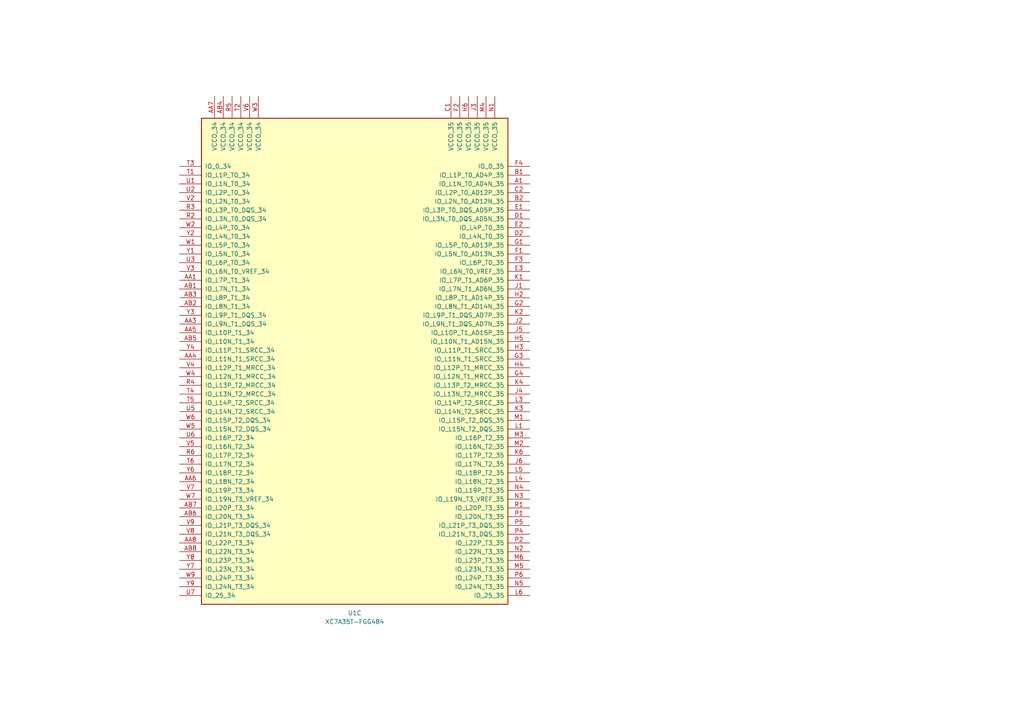
<source format=kicad_sch>
(kicad_sch (version 20250114) (generator "eeschema") (generator_version "9.0")
  (paper "A4")
  (lib_symbols
    (symbol "FPGA_Xilinx_Artix7:XC7A35T-FGG484" (pin_names (offset 1.016))
      (property "Reference" "U" (at 0 1.27 0))
      (property "Value" "XC7A35T-FGG484" (at 0 -1.27 0))
      (symbol "XC7A35T-FGG484_1_1"
        (rectangle (start -44.45 67.31) (end 44.45 -73.66) (stroke (width 0.254)) (fill (type background)))
        (pin power_in line (at -40.64 73.66 270) (length 6.35) (name "VCCO_13") (number "AA17"))
        (pin power_in line (at -38.1 73.66 270) (length 6.35) (name "VCCO_13") (number "AB14"))
        (pin power_in line (at -35.56 73.66 270) (length 6.35) (name "VCCO_13") (number "V16"))
        (pin power_in line (at -33.02 73.66 270) (length 6.35) (name "VCCO_13") (number "W13"))
        (pin power_in line (at -30.48 73.66 270) (length 6.35) (name "VCCO_13") (number "Y10"))
        (pin power_in line (at 27.94 73.66 270) (length 6.35) (name "VCCO_14") (number "M14"))
        (pin power_in line (at 30.48 73.66 270) (length 6.35) (name "VCCO_14") (number "P18"))
        (pin power_in line (at 33.02 73.66 270) (length 6.35) (name "VCCO_14") (number "R15"))
        (pin power_in line (at 35.56 73.66 270) (length 6.35) (name "VCCO_14") (number "T22"))
        (pin power_in line (at 38.1 73.66 270) (length 6.35) (name "VCCO_14") (number "U19"))
        (pin power_in line (at 40.64 73.66 270) (length 6.35) (name "VCCO_14") (number "Y20"))
        (pin bidirectional line (at 50.8 53.34 180) (length 6.35) (name "IO_0_14") (number "P20"))
        (pin bidirectional line (at 50.8 50.8 180) (length 6.35) (name "IO_L1P_T0_D00_MOSI_14") (number "P22"))
        (pin bidirectional line (at 50.8 48.26 180) (length 6.35) (name "IO_L1N_T0_D01_DIN_14") (number "R22"))
        (pin bidirectional line (at 50.8 45.72 180) (length 6.35) (name "IO_L2P_T0_D02_14") (number "P21"))
        (pin bidirectional line (at 50.8 43.18 180) (length 6.35) (name "IO_L2N_T0_D03_14") (number "R21"))
        (pin bidirectional line (at 50.8 40.64 180) (length 6.35) (name "IO_L3P_T0_DQS_PUDC_B_14") (number "U22"))
        (pin bidirectional line (at 50.8 38.1 180) (length 6.35) (name "IO_L3N_T0_DQS_EMCCLK_14") (number "V22"))
        (pin bidirectional line (at 50.8 35.56 180) (length 6.35) (name "IO_L4P_T0_D04_14") (number "T21"))
        (pin bidirectional line (at 50.8 33.02 180) (length 6.35) (name "IO_L4N_T0_D05_14") (number "U21"))
        (pin bidirectional line (at 50.8 30.48 180) (length 6.35) (name "IO_L5P_T0_D06_14") (number "P19"))
        (pin bidirectional line (at 50.8 27.94 180) (length 6.35) (name "IO_L5N_T0_D07_14") (number "R19"))
        (pin bidirectional line (at 50.8 25.4 180) (length 6.35) (name "IO_L6P_T0_FCS_B_14") (number "T19"))
        (pin bidirectional line (at 50.8 22.86 180) (length 6.35) (name "IO_L6N_T0_D08_VREF_14") (number "T20"))
        (pin bidirectional line (at 50.8 20.32 180) (length 6.35) (name "IO_L7P_T1_D09_14") (number "W21"))
        (pin bidirectional line (at 50.8 17.78 180) (length 6.35) (name "IO_L7N_T1_D10_14") (number "W22"))
        (pin bidirectional line (at 50.8 15.24 180) (length 6.35) (name "IO_L8P_T1_D11_14") (number "AA20"))
        (pin bidirectional line (at 50.8 12.7 180) (length 6.35) (name "IO_L8N_T1_D12_14") (number "AA21"))
        (pin bidirectional line (at 50.8 10.16 180) (length 6.35) (name "IO_L9P_T1_DQS_14") (number "Y21"))
        (pin bidirectional line (at 50.8 7.62 180) (length 6.35) (name "IO_L9N_T1_DQS_D13_14") (number "Y22"))
        (pin bidirectional line (at 50.8 5.08 180) (length 6.35) (name "IO_L10P_T1_D14_14") (number "AB21"))
        (pin bidirectional line (at 50.8 2.54 180) (length 6.35) (name "IO_L10N_T1_D15_14") (number "AB22"))
        (pin bidirectional line (at 50.8 0 180) (length 6.35) (name "IO_L11P_T1_SRCC_14") (number "U20"))
        (pin bidirectional line (at 50.8 -2.54 180) (length 6.35) (name "IO_L11N_T1_SRCC_14") (number "V20"))
        (pin bidirectional line (at 50.8 -5.08 180) (length 6.35) (name "IO_L12P_T1_MRCC_14") (number "W19"))
        (pin bidirectional line (at 50.8 -7.62 180) (length 6.35) (name "IO_L12N_T1_MRCC_14") (number "W20"))
        (pin bidirectional line (at 50.8 -10.16 180) (length 6.35) (name "IO_L13P_T2_MRCC_14") (number "Y18"))
        (pin bidirectional line (at 50.8 -12.7 180) (length 6.35) (name "IO_L13N_T2_MRCC_14") (number "Y19"))
        (pin bidirectional line (at 50.8 -15.24 180) (length 6.35) (name "IO_L14P_T2_SRCC_14") (number "V18"))
        (pin bidirectional line (at 50.8 -17.78 180) (length 6.35) (name "IO_L14N_T2_SRCC_14") (number "V19"))
        (pin bidirectional line (at 50.8 -20.32 180) (length 6.35) (name "IO_L15P_T2_DQS_RDWR_B_14") (number "AA19"))
        (pin bidirectional line (at 50.8 -22.86 180) (length 6.35) (name "IO_L15N_T2_DQS_DOUT_CSO_B_14") (number "AB20"))
        (pin bidirectional line (at 50.8 -25.4 180) (length 6.35) (name "IO_L16P_T2_CSI_B_14") (number "V17"))
        (pin bidirectional line (at 50.8 -27.94 180) (length 6.35) (name "IO_L16N_T2_A15_D31_14") (number "W17"))
        (pin bidirectional line (at 50.8 -30.48 180) (length 6.35) (name "IO_L17P_T2_A14_D30_14") (number "AA18"))
        (pin bidirectional line (at 50.8 -33.02 180) (length 6.35) (name "IO_L17N_T2_A13_D29_14") (number "AB18"))
        (pin bidirectional line (at 50.8 -35.56 180) (length 6.35) (name "IO_L18P_T2_A12_D28_14") (number "U17"))
        (pin bidirectional line (at 50.8 -38.1 180) (length 6.35) (name "IO_L18N_T2_A11_D27_14") (number "U18"))
        (pin bidirectional line (at 50.8 -40.64 180) (length 6.35) (name "IO_L19P_T3_A10_D26_14") (number "P14"))
        (pin bidirectional line (at 50.8 -43.18 180) (length 6.35) (name "IO_L19N_T3_A09_D25_VREF_14") (number "R14"))
        (pin bidirectional line (at 50.8 -45.72 180) (length 6.35) (name "IO_L20P_T3_A08_D24_14") (number "R18"))
        (pin bidirectional line (at 50.8 -48.26 180) (length 6.35) (name "IO_L20N_T3_A07_D23_14") (number "T18"))
        (pin bidirectional line (at 50.8 -50.8 180) (length 6.35) (name "IO_L21P_T3_DQS_14") (number "N17"))
        (pin bidirectional line (at 50.8 -53.34 180) (length 6.35) (name "IO_L21N_T3_DQS_A06_D22_14") (number "P17"))
        (pin bidirectional line (at 50.8 -55.88 180) (length 6.35) (name "IO_L22P_T3_A05_D21_14") (number "P15"))
        (pin bidirectional line (at 50.8 -58.42 180) (length 6.35) (name "IO_L22N_T3_A04_D20_14") (number "R16"))
        (pin bidirectional line (at 50.8 -60.96 180) (length 6.35) (name "IO_L23P_T3_A03_D19_14") (number "N13"))
        (pin bidirectional line (at 50.8 -63.5 180) (length 6.35) (name "IO_L23N_T3_A02_D18_14") (number "N14"))
        (pin bidirectional line (at 50.8 -66.04 180) (length 6.35) (name "IO_L24P_T3_A01_D17_14") (number "P16"))
        (pin bidirectional line (at 50.8 -68.58 180) (length 6.35) (name "IO_L24N_T3_A00_D16_14") (number "R17"))
        (pin bidirectional line (at 50.8 -71.12 180) (length 6.35) (name "IO_25_14") (number "N15"))
      )
      (symbol "XC7A35T-FGG484_2_1"
        (rectangle (start -44.45 67.31) (end 44.45 -73.66) (stroke (width 0.254)) (fill (type background)))
        (pin bidirectional line (at -50.8 53.34 0) (length 6.35) (name "IO_0_15") (number "J16"))
        (pin bidirectional line (at -50.8 50.8 0) (length 6.35) (name "IO_L1P_T0_AD0P_15") (number "H13"))
        (pin bidirectional line (at -50.8 48.26 0) (length 6.35) (name "IO_L1N_T0_AD0N_15") (number "G13"))
        (pin bidirectional line (at -50.8 45.72 0) (length 6.35) (name "IO_L2P_T0_AD8P_15") (number "G15"))
        (pin bidirectional line (at -50.8 43.18 0) (length 6.35) (name "IO_L2N_T0_AD8N_15") (number "G16"))
        (pin bidirectional line (at -50.8 40.64 0) (length 6.35) (name "IO_L3P_T0_DQS_AD1P_15") (number "J14"))
        (pin bidirectional line (at -50.8 38.1 0) (length 6.35) (name "IO_L3N_T0_DQS_AD1N_15") (number "H14"))
        (pin bidirectional line (at -50.8 35.56 0) (length 6.35) (name "IO_L4P_T0_15") (number "G17"))
        (pin bidirectional line (at -50.8 33.02 0) (length 6.35) (name "IO_L4N_T0_15") (number "G18"))
        (pin bidirectional line (at -50.8 30.48 0) (length 6.35) (name "IO_L5P_T0_AD9P_15") (number "J15"))
        (pin bidirectional line (at -50.8 27.94 0) (length 6.35) (name "IO_L5N_T0_AD9N_15") (number "H15"))
        (pin bidirectional line (at -50.8 25.4 0) (length 6.35) (name "IO_L6P_T0_15") (number "H17"))
        (pin bidirectional line (at -50.8 22.86 0) (length 6.35) (name "IO_L6N_T0_VREF_15") (number "H18"))
        (pin bidirectional line (at -50.8 20.32 0) (length 6.35) (name "IO_L7P_T1_AD2P_15") (number "J22"))
        (pin bidirectional line (at -50.8 17.78 0) (length 6.35) (name "IO_L7N_T1_AD2N_15") (number "H22"))
        (pin bidirectional line (at -50.8 15.24 0) (length 6.35) (name "IO_L8P_T1_AD10P_15") (number "H20"))
        (pin bidirectional line (at -50.8 12.7 0) (length 6.35) (name "IO_L8N_T1_AD10N_15") (number "G20"))
        (pin bidirectional line (at -50.8 10.16 0) (length 6.35) (name "IO_L9P_T1_DQS_AD3P_15") (number "K21"))
        (pin bidirectional line (at -50.8 7.62 0) (length 6.35) (name "IO_L9N_T1_DQS_AD3N_15") (number "K22"))
        (pin bidirectional line (at -50.8 5.08 0) (length 6.35) (name "IO_L10P_T1_AD11P_15") (number "M21"))
        (pin bidirectional line (at -50.8 2.54 0) (length 6.35) (name "IO_L10N_T1_AD11N_15") (number "L21"))
        (pin bidirectional line (at -50.8 0 0) (length 6.35) (name "IO_L11P_T1_SRCC_15") (number "J20"))
        (pin bidirectional line (at -50.8 -2.54 0) (length 6.35) (name "IO_L11N_T1_SRCC_15") (number "J21"))
        (pin bidirectional line (at -50.8 -5.08 0) (length 6.35) (name "IO_L12P_T1_MRCC_15") (number "J19"))
        (pin bidirectional line (at -50.8 -7.62 0) (length 6.35) (name "IO_L12N_T1_MRCC_15") (number "H19"))
        (pin bidirectional line (at -50.8 -10.16 0) (length 6.35) (name "IO_L13P_T2_MRCC_15") (number "K18"))
        (pin bidirectional line (at -50.8 -12.7 0) (length 6.35) (name "IO_L13N_T2_MRCC_15") (number "K19"))
        (pin bidirectional line (at -50.8 -15.24 0) (length 6.35) (name "IO_L14P_T2_SRCC_15") (number "L19"))
        (pin bidirectional line (at -50.8 -17.78 0) (length 6.35) (name "IO_L14N_T2_SRCC_15") (number "L20"))
        (pin bidirectional line (at -50.8 -20.32 0) (length 6.35) (name "IO_L15P_T2_DQS_15") (number "N22"))
        (pin bidirectional line (at -50.8 -22.86 0) (length 6.35) (name "IO_L15N_T2_DQS_ADV_B_15") (number "M22"))
        (pin bidirectional line (at -50.8 -25.4 0) (length 6.35) (name "IO_L16P_T2_A28_15") (number "M18"))
        (pin bidirectional line (at -50.8 -27.94 0) (length 6.35) (name "IO_L16N_T2_A27_15") (number "L18"))
        (pin bidirectional line (at -50.8 -30.48 0) (length 6.35) (name "IO_L17P_T2_A26_15") (number "N18"))
        (pin bidirectional line (at -50.8 -33.02 0) (length 6.35) (name "IO_L17N_T2_A25_15") (number "N19"))
        (pin bidirectional line (at -50.8 -35.56 0) (length 6.35) (name "IO_L18P_T2_A24_15") (number "N20"))
        (pin bidirectional line (at -50.8 -38.1 0) (length 6.35) (name "IO_L18N_T2_A23_15") (number "M20"))
        (pin bidirectional line (at -50.8 -40.64 0) (length 6.35) (name "IO_L19P_T3_A22_15") (number "K13"))
        (pin bidirectional line (at -50.8 -43.18 0) (length 6.35) (name "IO_L19N_T3_A21_VREF_15") (number "K14"))
        (pin bidirectional line (at -50.8 -45.72 0) (length 6.35) (name "IO_L20P_T3_A20_15") (number "M13"))
        (pin bidirectional line (at -50.8 -48.26 0) (length 6.35) (name "IO_L20N_T3_A19_15") (number "L13"))
        (pin bidirectional line (at -50.8 -50.8 0) (length 6.35) (name "IO_L21P_T3_DQS_15") (number "K17"))
        (pin bidirectional line (at -50.8 -53.34 0) (length 6.35) (name "IO_L21N_T3_DQS_A18_15") (number "J17"))
        (pin bidirectional line (at -50.8 -55.88 0) (length 6.35) (name "IO_L22P_T3_A17_15") (number "L14"))
        (pin bidirectional line (at -50.8 -58.42 0) (length 6.35) (name "IO_L22N_T3_A16_15") (number "L15"))
        (pin bidirectional line (at -50.8 -60.96 0) (length 6.35) (name "IO_L23P_T3_FOE_B_15") (number "L16"))
        (pin bidirectional line (at -50.8 -63.5 0) (length 6.35) (name "IO_L23N_T3_FWE_B_15") (number "K16"))
        (pin bidirectional line (at -50.8 -66.04 0) (length 6.35) (name "IO_L24P_T3_RS1_15") (number "M15"))
        (pin bidirectional line (at -50.8 -68.58 0) (length 6.35) (name "IO_L24N_T3_RS0_15") (number "M16"))
        (pin bidirectional line (at -50.8 -71.12 0) (length 6.35) (name "IO_25_15") (number "M17"))
        (pin power_in line (at -40.64 73.66 270) (length 6.35) (name "VCCO_15") (number "G19"))
        (pin power_in line (at -38.1 73.66 270) (length 6.35) (name "VCCO_15") (number "H16"))
        (pin power_in line (at -35.56 73.66 270) (length 6.35) (name "VCCO_15") (number "J13"))
        (pin power_in line (at -33.02 73.66 270) (length 6.35) (name "VCCO_15") (number "K20"))
        (pin power_in line (at -30.48 73.66 270) (length 6.35) (name "VCCO_15") (number "L17"))
        (pin power_in line (at -27.94 73.66 270) (length 6.35) (name "VCCO_15") (number "N21"))
        (pin power_in line (at 27.94 73.66 270) (length 6.35) (name "VCCO_16") (number "A17"))
        (pin power_in line (at 30.48 73.66 270) (length 6.35) (name "VCCO_16") (number "B14"))
        (pin power_in line (at 33.02 73.66 270) (length 6.35) (name "VCCO_16") (number "C21"))
        (pin power_in line (at 35.56 73.66 270) (length 6.35) (name "VCCO_16") (number "D18"))
        (pin power_in line (at 38.1 73.66 270) (length 6.35) (name "VCCO_16") (number "E15"))
        (pin power_in line (at 40.64 73.66 270) (length 6.35) (name "VCCO_16") (number "F22"))
        (pin bidirectional line (at 50.8 53.34 180) (length 6.35) (name "IO_0_16") (number "F15"))
        (pin bidirectional line (at 50.8 50.8 180) (length 6.35) (name "IO_L1P_T0_16") (number "F13"))
        (pin bidirectional line (at 50.8 48.26 180) (length 6.35) (name "IO_L1N_T0_16") (number "F14"))
        (pin bidirectional line (at 50.8 45.72 180) (length 6.35) (name "IO_L2P_T0_16") (number "F16"))
        (pin bidirectional line (at 50.8 43.18 180) (length 6.35) (name "IO_L2N_T0_16") (number "E17"))
        (pin bidirectional line (at 50.8 40.64 180) (length 6.35) (name "IO_L3P_T0_DQS_16") (number "C14"))
        (pin bidirectional line (at 50.8 38.1 180) (length 6.35) (name "IO_L3N_T0_DQS_16") (number "C15"))
        (pin bidirectional line (at 50.8 35.56 180) (length 6.35) (name "IO_L4P_T0_16") (number "E13"))
        (pin bidirectional line (at 50.8 33.02 180) (length 6.35) (name "IO_L4N_T0_16") (number "E14"))
        (pin bidirectional line (at 50.8 30.48 180) (length 6.35) (name "IO_L5P_T0_16") (number "E16"))
        (pin bidirectional line (at 50.8 27.94 180) (length 6.35) (name "IO_L5N_T0_16") (number "D16"))
        (pin bidirectional line (at 50.8 25.4 180) (length 6.35) (name "IO_L6P_T0_16") (number "D14"))
        (pin bidirectional line (at 50.8 22.86 180) (length 6.35) (name "IO_L6N_T0_VREF_16") (number "D15"))
        (pin bidirectional line (at 50.8 20.32 180) (length 6.35) (name "IO_L7P_T1_16") (number "B15"))
        (pin bidirectional line (at 50.8 17.78 180) (length 6.35) (name "IO_L7N_T1_16") (number "B16"))
        (pin bidirectional line (at 50.8 15.24 180) (length 6.35) (name "IO_L8P_T1_16") (number "C13"))
        (pin bidirectional line (at 50.8 12.7 180) (length 6.35) (name "IO_L8N_T1_16") (number "B13"))
        (pin bidirectional line (at 50.8 10.16 180) (length 6.35) (name "IO_L9P_T1_DQS_16") (number "A15"))
        (pin bidirectional line (at 50.8 7.62 180) (length 6.35) (name "IO_L9N_T1_DQS_16") (number "A16"))
        (pin bidirectional line (at 50.8 5.08 180) (length 6.35) (name "IO_L10P_T1_16") (number "A13"))
        (pin bidirectional line (at 50.8 2.54 180) (length 6.35) (name "IO_L10N_T1_16") (number "A14"))
        (pin bidirectional line (at 50.8 0 180) (length 6.35) (name "IO_L11P_T1_SRCC_16") (number "B17"))
        (pin bidirectional line (at 50.8 -2.54 180) (length 6.35) (name "IO_L11N_T1_SRCC_16") (number "B18"))
        (pin bidirectional line (at 50.8 -5.08 180) (length 6.35) (name "IO_L12P_T1_MRCC_16") (number "D17"))
        (pin bidirectional line (at 50.8 -7.62 180) (length 6.35) (name "IO_L12N_T1_MRCC_16") (number "C17"))
        (pin bidirectional line (at 50.8 -10.16 180) (length 6.35) (name "IO_L13P_T2_MRCC_16") (number "C18"))
        (pin bidirectional line (at 50.8 -12.7 180) (length 6.35) (name "IO_L13N_T2_MRCC_16") (number "C19"))
        (pin bidirectional line (at 50.8 -15.24 180) (length 6.35) (name "IO_L14P_T2_SRCC_16") (number "E19"))
        (pin bidirectional line (at 50.8 -17.78 180) (length 6.35) (name "IO_L14N_T2_SRCC_16") (number "D19"))
        (pin bidirectional line (at 50.8 -20.32 180) (length 6.35) (name "IO_L15P_T2_DQS_16") (number "F18"))
        (pin bidirectional line (at 50.8 -22.86 180) (length 6.35) (name "IO_L15N_T2_DQS_16") (number "E18"))
        (pin bidirectional line (at 50.8 -25.4 180) (length 6.35) (name "IO_L16P_T2_16") (number "B20"))
        (pin bidirectional line (at 50.8 -27.94 180) (length 6.35) (name "IO_L16N_T2_16") (number "A20"))
        (pin bidirectional line (at 50.8 -30.48 180) (length 6.35) (name "IO_L17P_T2_16") (number "A18"))
        (pin bidirectional line (at 50.8 -33.02 180) (length 6.35) (name "IO_L17N_T2_16") (number "A19"))
        (pin bidirectional line (at 50.8 -35.56 180) (length 6.35) (name "IO_L18P_T2_16") (number "F19"))
        (pin bidirectional line (at 50.8 -38.1 180) (length 6.35) (name "IO_L18N_T2_16") (number "F20"))
        (pin bidirectional line (at 50.8 -40.64 180) (length 6.35) (name "IO_L19P_T3_16") (number "D20"))
        (pin bidirectional line (at 50.8 -43.18 180) (length 6.35) (name "IO_L19N_T3_VREF_16") (number "C20"))
        (pin bidirectional line (at 50.8 -45.72 180) (length 6.35) (name "IO_L20P_T3_16") (number "C22"))
        (pin bidirectional line (at 50.8 -48.26 180) (length 6.35) (name "IO_L20N_T3_16") (number "B22"))
        (pin bidirectional line (at 50.8 -50.8 180) (length 6.35) (name "IO_L21P_T3_DQS_16") (number "B21"))
        (pin bidirectional line (at 50.8 -53.34 180) (length 6.35) (name "IO_L21N_T3_DQS_16") (number "A21"))
        (pin bidirectional line (at 50.8 -55.88 180) (length 6.35) (name "IO_L22P_T3_16") (number "E22"))
        (pin bidirectional line (at 50.8 -58.42 180) (length 6.35) (name "IO_L22N_T3_16") (number "D22"))
        (pin bidirectional line (at 50.8 -60.96 180) (length 6.35) (name "IO_L23P_T3_16") (number "E21"))
        (pin bidirectional line (at 50.8 -63.5 180) (length 6.35) (name "IO_L23N_T3_16") (number "D21"))
        (pin bidirectional line (at 50.8 -66.04 180) (length 6.35) (name "IO_L24P_T3_16") (number "G21"))
        (pin bidirectional line (at 50.8 -68.58 180) (length 6.35) (name "IO_L24N_T3_16") (number "G22"))
        (pin bidirectional line (at 50.8 -71.12 180) (length 6.35) (name "IO_25_16") (number "F21"))
      )
      (symbol "XC7A35T-FGG484_3_1"
        (rectangle (start -44.45 67.31) (end 44.45 -73.66) (stroke (width 0.254)) (fill (type background)))
        (pin bidirectional line (at -50.8 53.34 0) (length 6.35) (name "IO_0_34") (number "T3"))
        (pin bidirectional line (at -50.8 50.8 0) (length 6.35) (name "IO_L1P_T0_34") (number "T1"))
        (pin bidirectional line (at -50.8 48.26 0) (length 6.35) (name "IO_L1N_T0_34") (number "U1"))
        (pin bidirectional line (at -50.8 45.72 0) (length 6.35) (name "IO_L2P_T0_34") (number "U2"))
        (pin bidirectional line (at -50.8 43.18 0) (length 6.35) (name "IO_L2N_T0_34") (number "V2"))
        (pin bidirectional line (at -50.8 40.64 0) (length 6.35) (name "IO_L3P_T0_DQS_34") (number "R3"))
        (pin bidirectional line (at -50.8 38.1 0) (length 6.35) (name "IO_L3N_T0_DQS_34") (number "R2"))
        (pin bidirectional line (at -50.8 35.56 0) (length 6.35) (name "IO_L4P_T0_34") (number "W2"))
        (pin bidirectional line (at -50.8 33.02 0) (length 6.35) (name "IO_L4N_T0_34") (number "Y2"))
        (pin bidirectional line (at -50.8 30.48 0) (length 6.35) (name "IO_L5P_T0_34") (number "W1"))
        (pin bidirectional line (at -50.8 27.94 0) (length 6.35) (name "IO_L5N_T0_34") (number "Y1"))
        (pin bidirectional line (at -50.8 25.4 0) (length 6.35) (name "IO_L6P_T0_34") (number "U3"))
        (pin bidirectional line (at -50.8 22.86 0) (length 6.35) (name "IO_L6N_T0_VREF_34") (number "V3"))
        (pin bidirectional line (at -50.8 20.32 0) (length 6.35) (name "IO_L7P_T1_34") (number "AA1"))
        (pin bidirectional line (at -50.8 17.78 0) (length 6.35) (name "IO_L7N_T1_34") (number "AB1"))
        (pin bidirectional line (at -50.8 15.24 0) (length 6.35) (name "IO_L8P_T1_34") (number "AB3"))
        (pin bidirectional line (at -50.8 12.7 0) (length 6.35) (name "IO_L8N_T1_34") (number "AB2"))
        (pin bidirectional line (at -50.8 10.16 0) (length 6.35) (name "IO_L9P_T1_DQS_34") (number "Y3"))
        (pin bidirectional line (at -50.8 7.62 0) (length 6.35) (name "IO_L9N_T1_DQS_34") (number "AA3"))
        (pin bidirectional line (at -50.8 5.08 0) (length 6.35) (name "IO_L10P_T1_34") (number "AA5"))
        (pin bidirectional line (at -50.8 2.54 0) (length 6.35) (name "IO_L10N_T1_34") (number "AB5"))
        (pin bidirectional line (at -50.8 0 0) (length 6.35) (name "IO_L11P_T1_SRCC_34") (number "Y4"))
        (pin bidirectional line (at -50.8 -2.54 0) (length 6.35) (name "IO_L11N_T1_SRCC_34") (number "AA4"))
        (pin bidirectional line (at -50.8 -5.08 0) (length 6.35) (name "IO_L12P_T1_MRCC_34") (number "V4"))
        (pin bidirectional line (at -50.8 -7.62 0) (length 6.35) (name "IO_L12N_T1_MRCC_34") (number "W4"))
        (pin bidirectional line (at -50.8 -10.16 0) (length 6.35) (name "IO_L13P_T2_MRCC_34") (number "R4"))
        (pin bidirectional line (at -50.8 -12.7 0) (length 6.35) (name "IO_L13N_T2_MRCC_34") (number "T4"))
        (pin bidirectional line (at -50.8 -15.24 0) (length 6.35) (name "IO_L14P_T2_SRCC_34") (number "T5"))
        (pin bidirectional line (at -50.8 -17.78 0) (length 6.35) (name "IO_L14N_T2_SRCC_34") (number "U5"))
        (pin bidirectional line (at -50.8 -20.32 0) (length 6.35) (name "IO_L15P_T2_DQS_34") (number "W6"))
        (pin bidirectional line (at -50.8 -22.86 0) (length 6.35) (name "IO_L15N_T2_DQS_34") (number "W5"))
        (pin bidirectional line (at -50.8 -25.4 0) (length 6.35) (name "IO_L16P_T2_34") (number "U6"))
        (pin bidirectional line (at -50.8 -27.94 0) (length 6.35) (name "IO_L16N_T2_34") (number "V5"))
        (pin bidirectional line (at -50.8 -30.48 0) (length 6.35) (name "IO_L17P_T2_34") (number "R6"))
        (pin bidirectional line (at -50.8 -33.02 0) (length 6.35) (name "IO_L17N_T2_34") (number "T6"))
        (pin bidirectional line (at -50.8 -35.56 0) (length 6.35) (name "IO_L18P_T2_34") (number "Y6"))
        (pin bidirectional line (at -50.8 -38.1 0) (length 6.35) (name "IO_L18N_T2_34") (number "AA6"))
        (pin bidirectional line (at -50.8 -40.64 0) (length 6.35) (name "IO_L19P_T3_34") (number "V7"))
        (pin bidirectional line (at -50.8 -43.18 0) (length 6.35) (name "IO_L19N_T3_VREF_34") (number "W7"))
        (pin bidirectional line (at -50.8 -45.72 0) (length 6.35) (name "IO_L20P_T3_34") (number "AB7"))
        (pin bidirectional line (at -50.8 -48.26 0) (length 6.35) (name "IO_L20N_T3_34") (number "AB6"))
        (pin bidirectional line (at -50.8 -50.8 0) (length 6.35) (name "IO_L21P_T3_DQS_34") (number "V9"))
        (pin bidirectional line (at -50.8 -53.34 0) (length 6.35) (name "IO_L21N_T3_DQS_34") (number "V8"))
        (pin bidirectional line (at -50.8 -55.88 0) (length 6.35) (name "IO_L22P_T3_34") (number "AA8"))
        (pin bidirectional line (at -50.8 -58.42 0) (length 6.35) (name "IO_L22N_T3_34") (number "AB8"))
        (pin bidirectional line (at -50.8 -60.96 0) (length 6.35) (name "IO_L23P_T3_34") (number "Y8"))
        (pin bidirectional line (at -50.8 -63.5 0) (length 6.35) (name "IO_L23N_T3_34") (number "Y7"))
        (pin bidirectional line (at -50.8 -66.04 0) (length 6.35) (name "IO_L24P_T3_34") (number "W9"))
        (pin bidirectional line (at -50.8 -68.58 0) (length 6.35) (name "IO_L24N_T3_34") (number "Y9"))
        (pin bidirectional line (at -50.8 -71.12 0) (length 6.35) (name "IO_25_34") (number "U7"))
        (pin power_in line (at -40.64 73.66 270) (length 6.35) (name "VCCO_34") (number "AA7"))
        (pin power_in line (at -38.1 73.66 270) (length 6.35) (name "VCCO_34") (number "AB4"))
        (pin power_in line (at -35.56 73.66 270) (length 6.35) (name "VCCO_34") (number "R5"))
        (pin power_in line (at -33.02 73.66 270) (length 6.35) (name "VCCO_34") (number "T2"))
        (pin power_in line (at -30.48 73.66 270) (length 6.35) (name "VCCO_34") (number "V6"))
        (pin power_in line (at -27.94 73.66 270) (length 6.35) (name "VCCO_34") (number "W3"))
        (pin power_in line (at 27.94 73.66 270) (length 6.35) (name "VCCO_35") (number "C1"))
        (pin power_in line (at 30.48 73.66 270) (length 6.35) (name "VCCO_35") (number "F2"))
        (pin power_in line (at 33.02 73.66 270) (length 6.35) (name "VCCO_35") (number "H6"))
        (pin power_in line (at 35.56 73.66 270) (length 6.35) (name "VCCO_35") (number "J3"))
        (pin power_in line (at 38.1 73.66 270) (length 6.35) (name "VCCO_35") (number "M4"))
        (pin power_in line (at 40.64 73.66 270) (length 6.35) (name "VCCO_35") (number "N1"))
        (pin bidirectional line (at 50.8 53.34 180) (length 6.35) (name "IO_0_35") (number "F4"))
        (pin bidirectional line (at 50.8 50.8 180) (length 6.35) (name "IO_L1P_T0_AD4P_35") (number "B1"))
        (pin bidirectional line (at 50.8 48.26 180) (length 6.35) (name "IO_L1N_T0_AD4N_35") (number "A1"))
        (pin bidirectional line (at 50.8 45.72 180) (length 6.35) (name "IO_L2P_T0_AD12P_35") (number "C2"))
        (pin bidirectional line (at 50.8 43.18 180) (length 6.35) (name "IO_L2N_T0_AD12N_35") (number "B2"))
        (pin bidirectional line (at 50.8 40.64 180) (length 6.35) (name "IO_L3P_T0_DQS_AD5P_35") (number "E1"))
        (pin bidirectional line (at 50.8 38.1 180) (length 6.35) (name "IO_L3N_T0_DQS_AD5N_35") (number "D1"))
        (pin bidirectional line (at 50.8 35.56 180) (length 6.35) (name "IO_L4P_T0_35") (number "E2"))
        (pin bidirectional line (at 50.8 33.02 180) (length 6.35) (name "IO_L4N_T0_35") (number "D2"))
        (pin bidirectional line (at 50.8 30.48 180) (length 6.35) (name "IO_L5P_T0_AD13P_35") (number "G1"))
        (pin bidirectional line (at 50.8 27.94 180) (length 6.35) (name "IO_L5N_T0_AD13N_35") (number "F1"))
        (pin bidirectional line (at 50.8 25.4 180) (length 6.35) (name "IO_L6P_T0_35") (number "F3"))
        (pin bidirectional line (at 50.8 22.86 180) (length 6.35) (name "IO_L6N_T0_VREF_35") (number "E3"))
        (pin bidirectional line (at 50.8 20.32 180) (length 6.35) (name "IO_L7P_T1_AD6P_35") (number "K1"))
        (pin bidirectional line (at 50.8 17.78 180) (length 6.35) (name "IO_L7N_T1_AD6N_35") (number "J1"))
        (pin bidirectional line (at 50.8 15.24 180) (length 6.35) (name "IO_L8P_T1_AD14P_35") (number "H2"))
        (pin bidirectional line (at 50.8 12.7 180) (length 6.35) (name "IO_L8N_T1_AD14N_35") (number "G2"))
        (pin bidirectional line (at 50.8 10.16 180) (length 6.35) (name "IO_L9P_T1_DQS_AD7P_35") (number "K2"))
        (pin bidirectional line (at 50.8 7.62 180) (length 6.35) (name "IO_L9N_T1_DQS_AD7N_35") (number "J2"))
        (pin bidirectional line (at 50.8 5.08 180) (length 6.35) (name "IO_L10P_T1_AD15P_35") (number "J5"))
        (pin bidirectional line (at 50.8 2.54 180) (length 6.35) (name "IO_L10N_T1_AD15N_35") (number "H5"))
        (pin bidirectional line (at 50.8 0 180) (length 6.35) (name "IO_L11P_T1_SRCC_35") (number "H3"))
        (pin bidirectional line (at 50.8 -2.54 180) (length 6.35) (name "IO_L11N_T1_SRCC_35") (number "G3"))
        (pin bidirectional line (at 50.8 -5.08 180) (length 6.35) (name "IO_L12P_T1_MRCC_35") (number "H4"))
        (pin bidirectional line (at 50.8 -7.62 180) (length 6.35) (name "IO_L12N_T1_MRCC_35") (number "G4"))
        (pin bidirectional line (at 50.8 -10.16 180) (length 6.35) (name "IO_L13P_T2_MRCC_35") (number "K4"))
        (pin bidirectional line (at 50.8 -12.7 180) (length 6.35) (name "IO_L13N_T2_MRCC_35") (number "J4"))
        (pin bidirectional line (at 50.8 -15.24 180) (length 6.35) (name "IO_L14P_T2_SRCC_35") (number "L3"))
        (pin bidirectional line (at 50.8 -17.78 180) (length 6.35) (name "IO_L14N_T2_SRCC_35") (number "K3"))
        (pin bidirectional line (at 50.8 -20.32 180) (length 6.35) (name "IO_L15P_T2_DQS_35") (number "M1"))
        (pin bidirectional line (at 50.8 -22.86 180) (length 6.35) (name "IO_L15N_T2_DQS_35") (number "L1"))
        (pin bidirectional line (at 50.8 -25.4 180) (length 6.35) (name "IO_L16P_T2_35") (number "M3"))
        (pin bidirectional line (at 50.8 -27.94 180) (length 6.35) (name "IO_L16N_T2_35") (number "M2"))
        (pin bidirectional line (at 50.8 -30.48 180) (length 6.35) (name "IO_L17P_T2_35") (number "K6"))
        (pin bidirectional line (at 50.8 -33.02 180) (length 6.35) (name "IO_L17N_T2_35") (number "J6"))
        (pin bidirectional line (at 50.8 -35.56 180) (length 6.35) (name "IO_L18P_T2_35") (number "L5"))
        (pin bidirectional line (at 50.8 -38.1 180) (length 6.35) (name "IO_L18N_T2_35") (number "L4"))
        (pin bidirectional line (at 50.8 -40.64 180) (length 6.35) (name "IO_L19P_T3_35") (number "N4"))
        (pin bidirectional line (at 50.8 -43.18 180) (length 6.35) (name "IO_L19N_T3_VREF_35") (number "N3"))
        (pin bidirectional line (at 50.8 -45.72 180) (length 6.35) (name "IO_L20P_T3_35") (number "R1"))
        (pin bidirectional line (at 50.8 -48.26 180) (length 6.35) (name "IO_L20N_T3_35") (number "P1"))
        (pin bidirectional line (at 50.8 -50.8 180) (length 6.35) (name "IO_L21P_T3_DQS_35") (number "P5"))
        (pin bidirectional line (at 50.8 -53.34 180) (length 6.35) (name "IO_L21N_T3_DQS_35") (number "P4"))
        (pin bidirectional line (at 50.8 -55.88 180) (length 6.35) (name "IO_L22P_T3_35") (number "P2"))
        (pin bidirectional line (at 50.8 -58.42 180) (length 6.35) (name "IO_L22N_T3_35") (number "N2"))
        (pin bidirectional line (at 50.8 -60.96 180) (length 6.35) (name "IO_L23P_T3_35") (number "M6"))
        (pin bidirectional line (at 50.8 -63.5 180) (length 6.35) (name "IO_L23N_T3_35") (number "M5"))
        (pin bidirectional line (at 50.8 -66.04 180) (length 6.35) (name "IO_L24P_T3_35") (number "P6"))
        (pin bidirectional line (at 50.8 -68.58 180) (length 6.35) (name "IO_L24N_T3_35") (number "N5"))
        (pin bidirectional line (at 50.8 -71.12 180) (length 6.35) (name "IO_25_35") (number "L6"))
      )
      (symbol "XC7A35T-FGG484_4_1"
        (rectangle (start -31.75 30.48) (end 31.75 -30.48) (stroke (width 0.254)) (fill (type background)))
        (pin bidirectional line (at -38.1 27.94 0) (length 6.35) (name "MGTPTXP0_216") (number "B4"))
        (pin bidirectional line (at -38.1 25.4 0) (length 6.35) (name "MGTPTXN0_216") (number "A4"))
        (pin bidirectional line (at -38.1 22.86 0) (length 6.35) (name "MGTPTXP1_216") (number "D5"))
        (pin bidirectional line (at -38.1 20.32 0) (length 6.35) (name "MGTPTXN1_216") (number "C5"))
        (pin bidirectional line (at -38.1 17.78 0) (length 6.35) (name "MGTPTXP2_216") (number "B6"))
        (pin bidirectional line (at -38.1 15.24 0) (length 6.35) (name "MGTPTXN2_216") (number "A6"))
        (pin bidirectional line (at -38.1 12.7 0) (length 6.35) (name "MGTPTXP3_216") (number "D7"))
        (pin bidirectional line (at -38.1 10.16 0) (length 6.35) (name "MGTPTXN3_216") (number "C7"))
        (pin bidirectional line (at -38.1 5.08 0) (length 6.35) (name "MGTPRXP0_216") (number "B8"))
        (pin bidirectional line (at -38.1 2.54 0) (length 6.35) (name "MGTPRXN0_216") (number "A8"))
        (pin bidirectional line (at -38.1 0 0) (length 6.35) (name "MGTPRXP1_216") (number "D11"))
        (pin bidirectional line (at -38.1 -2.54 0) (length 6.35) (name "MGTPRXN1_216") (number "C11"))
        (pin bidirectional line (at -38.1 -5.08 0) (length 6.35) (name "MGTPRXP2_216") (number "B10"))
        (pin bidirectional line (at -38.1 -7.62 0) (length 6.35) (name "MGTPRXN2_216") (number "A10"))
        (pin bidirectional line (at -38.1 -10.16 0) (length 6.35) (name "MGTPRXP3_216") (number "D9"))
        (pin bidirectional line (at -38.1 -12.7 0) (length 6.35) (name "MGTPRXN3_216") (number "C9"))
        (pin bidirectional line (at -38.1 -17.78 0) (length 6.35) (name "MGTREFCLK0P_216") (number "F6"))
        (pin bidirectional line (at -38.1 -20.32 0) (length 6.35) (name "MGTREFCLK0N_216") (number "E6"))
        (pin bidirectional line (at -38.1 -22.86 0) (length 6.35) (name "MGTREFCLK1P_216") (number "F10"))
        (pin bidirectional line (at -38.1 -25.4 0) (length 6.35) (name "MGTREFCLK1N_216") (number "E10"))
      )
      (symbol "XC7A35T-FGG484_5_1"
        (rectangle (start -31.75 12.7) (end 31.75 -12.7) (stroke (width 0.254)) (fill (type background)))
        (pin power_in line (at -38.1 10.16 0) (length 6.35) (name "MGTAVCC") (number "D6"))
        (pin power_in line (at -38.1 7.62 0) (length 6.35) (name "MGTAVCC") (number "D10"))
        (pin power_in line (at -38.1 5.08 0) (length 6.35) (name "MGTAVCC") (number "F7"))
        (pin power_in line (at -38.1 2.54 0) (length 6.35) (name "MGTAVCC") (number "F9"))
        (pin power_in line (at -38.1 0 0) (length 6.35) (name "MGTAVCC") (number "E8"))
        (pin power_in line (at 38.1 10.16 180) (length 6.35) (name "MGTAVTT") (number "B5"))
        (pin power_in line (at 38.1 7.62 180) (length 6.35) (name "MGTAVTT") (number "B7"))
        (pin power_in line (at 38.1 5.08 180) (length 6.35) (name "MGTAVTT") (number "B9"))
        (pin power_in line (at 38.1 2.54 180) (length 6.35) (name "MGTAVTT") (number "B11"))
        (pin power_in line (at 38.1 0 180) (length 6.35) (name "MGTAVTT") (number "C4"))
        (pin power_in line (at 38.1 -2.54 180) (length 6.35) (name "MGTAVTT") (number "C8"))
        (pin power_in line (at 38.1 -7.62 180) (length 6.35) (name "MGTRREF_216") (number "F8"))
      )
      (symbol "XC7A35T-FGG484_6_1"
        (rectangle (start -31.75 34.29) (end 31.75 -40.64) (stroke (width 0.254)) (fill (type background)))
        (pin power_in line (at 25.4 40.64 270) (length 6.35) (name "VCCO_0") (number "F12"))
        (pin power_in line (at 27.94 40.64 270) (length 6.35) (name "VCCO_0") (number "T12"))
        (pin bidirectional line (at 38.1 20.32 180) (length 6.35) (name "TDI_0") (number "R13"))
        (pin bidirectional line (at 38.1 17.78 180) (length 6.35) (name "TDO_0") (number "U13"))
        (pin bidirectional line (at 38.1 15.24 180) (length 6.35) (name "TMS_0") (number "T13"))
        (pin bidirectional line (at 38.1 12.7 180) (length 6.35) (name "TCK_0") (number "V12"))
        (pin bidirectional line (at 38.1 7.62 180) (length 6.35) (name "CCLK_0") (number "L12"))
        (pin bidirectional line (at 38.1 5.08 180) (length 6.35) (name "M0_0") (number "U11"))
        (pin bidirectional line (at 38.1 2.54 180) (length 6.35) (name "M1_0") (number "U10"))
        (pin bidirectional line (at 38.1 0 180) (length 6.35) (name "M2_0") (number "U9"))
        (pin bidirectional line (at 38.1 -5.08 180) (length 6.35) (name "DONE_0") (number "G11"))
        (pin bidirectional line (at 38.1 -7.62 180) (length 6.35) (name "INIT_B_0") (number "U12"))
        (pin bidirectional line (at 38.1 -10.16 180) (length 6.35) (name "PROGRAM_B_0") (number "N12"))
        (pin bidirectional line (at 38.1 -15.24 180) (length 6.35) (name "CFGBVS_0") (number "U8"))
        (pin bidirectional line (at 38.1 -20.32 180) (length 6.35) (name "VP_0") (number "L10"))
        (pin bidirectional line (at 38.1 -22.86 180) (length 6.35) (name "VN_0") (number "M9"))
        (pin bidirectional line (at 38.1 -27.94 180) (length 6.35) (name "VREFP_0") (number "M10"))
        (pin bidirectional line (at 38.1 -30.48 180) (length 6.35) (name "VREFN_0") (number "L9"))
        (pin bidirectional line (at 38.1 -35.56 180) (length 6.35) (name "DXP_0") (number "N10"))
        (pin bidirectional line (at 38.1 -38.1 180) (length 6.35) (name "DXN_0") (number "N9"))
      )
      (symbol "XC7A35T-FGG484_7_1"
        (rectangle (start -19.05 76.2) (end 19.05 -76.2) (stroke (width 0.254)) (fill (type background)))
        (pin power_in line (at -25.4 73.66 0) (length 6.35) (name "VCCAUX") (number "H12"))
        (pin power_in line (at -25.4 71.12 0) (length 6.35) (name "VCCAUX") (number "K12"))
        (pin power_in line (at -25.4 68.58 0) (length 6.35) (name "VCCAUX") (number "M12"))
        (pin power_in line (at -25.4 66.04 0) (length 6.35) (name "VCCAUX") (number "P12"))
        (pin power_in line (at -25.4 63.5 0) (length 6.35) (name "VCCAUX") (number "R11"))
        (pin power_in line (at -25.4 58.42 0) (length 6.35) (name "GNDADC_0") (number "K9"))
        (pin power_in line (at -25.4 55.88 0) (length 6.35) (name "VCCADC_0") (number "K10"))
        (pin power_in line (at -25.4 53.34 0) (length 6.35) (name "VCCBATT_0") (number "E12"))
        (pin power_in line (at -25.4 50.8 0) (length 6.35) (name "VCCBRAM") (number "J11"))
        (pin power_in line (at -25.4 48.26 0) (length 6.35) (name "VCCBRAM") (number "L11"))
        (pin power_in line (at -25.4 45.72 0) (length 6.35) (name "VCCBRAM") (number "N11"))
        (pin power_in line (at -25.4 35.56 0) (length 6.35) (name "GND") (number "A2"))
        (pin power_in line (at -25.4 33.02 0) (length 6.35) (name "GND") (number "A3"))
        (pin power_in line (at -25.4 30.48 0) (length 6.35) (name "GND") (number "A5"))
        (pin power_in line (at -25.4 27.94 0) (length 6.35) (name "GND") (number "A7"))
        (pin power_in line (at -25.4 25.4 0) (length 6.35) (name "GND") (number "A9"))
        (pin power_in line (at -25.4 22.86 0) (length 6.35) (name "GND") (number "A11"))
        (pin power_in line (at -25.4 20.32 0) (length 6.35) (name "GND") (number "A12"))
        (pin power_in line (at -25.4 17.78 0) (length 6.35) (name "GND") (number "A22"))
        (pin power_in line (at -25.4 15.24 0) (length 6.35) (name "GND") (number "B3"))
        (pin power_in line (at -25.4 12.7 0) (length 6.35) (name "GND") (number "B12"))
        (pin power_in line (at -25.4 10.16 0) (length 6.35) (name "GND") (number "B19"))
        (pin power_in line (at -25.4 7.62 0) (length 6.35) (name "GND") (number "C3"))
        (pin power_in line (at -25.4 5.08 0) (length 6.35) (name "GND") (number "C6"))
        (pin power_in line (at -25.4 2.54 0) (length 6.35) (name "GND") (number "C10"))
        (pin power_in line (at -25.4 0 0) (length 6.35) (name "GND") (number "C12"))
        (pin power_in line (at -25.4 -2.54 0) (length 6.35) (name "GND") (number "C16"))
        (pin power_in line (at -25.4 -5.08 0) (length 6.35) (name "GND") (number "D3"))
        (pin power_in line (at -25.4 -7.62 0) (length 6.35) (name "GND") (number "D4"))
        (pin power_in line (at -25.4 -10.16 0) (length 6.35) (name "GND") (number "D8"))
        (pin power_in line (at -25.4 -12.7 0) (length 6.35) (name "GND") (number "D12"))
        (pin power_in line (at -25.4 -15.24 0) (length 6.35) (name "GND") (number "D13"))
        (pin power_in line (at -25.4 -17.78 0) (length 6.35) (name "GND") (number "E4"))
        (pin power_in line (at -25.4 -20.32 0) (length 6.35) (name "GND") (number "E5"))
        (pin power_in line (at -25.4 -22.86 0) (length 6.35) (name "GND") (number "E7"))
        (pin power_in line (at -25.4 -25.4 0) (length 6.35) (name "GND") (number "E9"))
        (pin power_in line (at -25.4 -27.94 0) (length 6.35) (name "GND") (number "E11"))
        (pin power_in line (at -25.4 -30.48 0) (length 6.35) (name "GND") (number "E20"))
        (pin power_in line (at -25.4 -33.02 0) (length 6.35) (name "GND") (number "F5"))
        (pin power_in line (at -25.4 -35.56 0) (length 6.35) (name "GND") (number "F11"))
        (pin power_in line (at -25.4 -38.1 0) (length 6.35) (name "GND") (number "F17"))
        (pin power_in line (at -25.4 -40.64 0) (length 6.35) (name "GND") (number "G5"))
        (pin power_in line (at -25.4 -43.18 0) (length 6.35) (name "GND") (number "G6"))
        (pin power_in line (at -25.4 -45.72 0) (length 6.35) (name "GND") (number "G7"))
        (pin power_in line (at -25.4 -48.26 0) (length 6.35) (name "GND") (number "G8"))
        (pin power_in line (at -25.4 -50.8 0) (length 6.35) (name "GND") (number "G9"))
        (pin power_in line (at -25.4 -53.34 0) (length 6.35) (name "GND") (number "G10"))
        (pin power_in line (at -25.4 -55.88 0) (length 6.35) (name "GND") (number "G12"))
        (pin power_in line (at -25.4 -58.42 0) (length 6.35) (name "GND") (number "G14"))
        (pin power_in line (at -25.4 -60.96 0) (length 6.35) (name "GND") (number "H1"))
        (pin power_in line (at -25.4 -63.5 0) (length 6.35) (name "GND") (number "H7"))
        (pin power_in line (at -25.4 -66.04 0) (length 6.35) (name "GND") (number "H9"))
        (pin power_in line (at -25.4 -68.58 0) (length 6.35) (name "GND") (number "H11"))
        (pin power_in line (at -25.4 -71.12 0) (length 6.35) (name "GND") (number "H21"))
        (pin power_in line (at -25.4 -73.66 0) (length 6.35) (name "GND") (number "J8"))
        (pin power_in line (at 25.4 73.66 180) (length 6.35) (name "VCCINT") (number "H8"))
        (pin power_in line (at 25.4 71.12 180) (length 6.35) (name "VCCINT") (number "H10"))
        (pin power_in line (at 25.4 68.58 180) (length 6.35) (name "VCCINT") (number "J7"))
        (pin power_in line (at 25.4 66.04 180) (length 6.35) (name "VCCINT") (number "J9"))
        (pin power_in line (at 25.4 63.5 180) (length 6.35) (name "VCCINT") (number "K8"))
        (pin power_in line (at 25.4 60.96 180) (length 6.35) (name "VCCINT") (number "L7"))
        (pin power_in line (at 25.4 58.42 180) (length 6.35) (name "VCCINT") (number "M8"))
        (pin power_in line (at 25.4 55.88 180) (length 6.35) (name "VCCINT") (number "N7"))
        (pin power_in line (at 25.4 53.34 180) (length 6.35) (name "VCCINT") (number "P8"))
        (pin power_in line (at 25.4 50.8 180) (length 6.35) (name "VCCINT") (number "P10"))
        (pin power_in line (at 25.4 48.26 180) (length 6.35) (name "VCCINT") (number "R7"))
        (pin power_in line (at 25.4 45.72 180) (length 6.35) (name "VCCINT") (number "R9"))
        (pin power_in line (at 25.4 43.18 180) (length 6.35) (name "VCCINT") (number "T8"))
        (pin power_in line (at 25.4 40.64 180) (length 6.35) (name "VCCINT") (number "T10"))
        (pin power_in line (at 25.4 33.02 180) (length 6.35) (name "GND") (number "J10"))
        (pin power_in line (at 25.4 30.48 180) (length 6.35) (name "GND") (number "J12"))
        (pin power_in line (at 25.4 27.94 180) (length 6.35) (name "GND") (number "J18"))
        (pin power_in line (at 25.4 25.4 180) (length 6.35) (name "GND") (number "K5"))
        (pin power_in line (at 25.4 22.86 180) (length 6.35) (name "GND") (number "K7"))
        (pin power_in line (at 25.4 20.32 180) (length 6.35) (name "GND") (number "K11"))
        (pin power_in line (at 25.4 17.78 180) (length 6.35) (name "GND") (number "K15"))
        (pin power_in line (at 25.4 15.24 180) (length 6.35) (name "GND") (number "L2"))
        (pin power_in line (at 25.4 12.7 180) (length 6.35) (name "GND") (number "L8"))
        (pin power_in line (at 25.4 10.16 180) (length 6.35) (name "GND") (number "L22"))
        (pin power_in line (at 25.4 7.62 180) (length 6.35) (name "GND") (number "M7"))
        (pin power_in line (at 25.4 5.08 180) (length 6.35) (name "GND") (number "M11"))
        (pin power_in line (at 25.4 2.54 180) (length 6.35) (name "GND") (number "M19"))
        (pin power_in line (at 25.4 0 180) (length 6.35) (name "GND") (number "N6"))
        (pin power_in line (at 25.4 -2.54 180) (length 6.35) (name "GND") (number "N8"))
        (pin power_in line (at 25.4 -5.08 180) (length 6.35) (name "GND") (number "N16"))
        (pin power_in line (at 25.4 -7.62 180) (length 6.35) (name "GND") (number "P3"))
        (pin power_in line (at 25.4 -10.16 180) (length 6.35) (name "GND") (number "P7"))
        (pin power_in line (at 25.4 -12.7 180) (length 6.35) (name "GND") (number "P9"))
        (pin power_in line (at 25.4 -15.24 180) (length 6.35) (name "GND") (number "P11"))
        (pin power_in line (at 25.4 -17.78 180) (length 6.35) (name "GND") (number "P13"))
        (pin power_in line (at 25.4 -20.32 180) (length 6.35) (name "GND") (number "R8"))
        (pin power_in line (at 25.4 -22.86 180) (length 6.35) (name "GND") (number "R10"))
        (pin power_in line (at 25.4 -25.4 180) (length 6.35) (name "GND") (number "R12"))
        (pin power_in line (at 25.4 -27.94 180) (length 6.35) (name "GND") (number "R20"))
        (pin power_in line (at 25.4 -30.48 180) (length 6.35) (name "GND") (number "T7"))
        (pin power_in line (at 25.4 -33.02 180) (length 6.35) (name "GND") (number "T9"))
        (pin power_in line (at 25.4 -35.56 180) (length 6.35) (name "GND") (number "T11"))
        (pin power_in line (at 25.4 -38.1 180) (length 6.35) (name "GND") (number "T17"))
        (pin power_in line (at 25.4 -40.64 180) (length 6.35) (name "GND") (number "U4"))
        (pin power_in line (at 25.4 -43.18 180) (length 6.35) (name "GND") (number "U14"))
        (pin power_in line (at 25.4 -45.72 180) (length 6.35) (name "GND") (number "V1"))
        (pin power_in line (at 25.4 -48.26 180) (length 6.35) (name "GND") (number "V11"))
        (pin power_in line (at 25.4 -50.8 180) (length 6.35) (name "GND") (number "V21"))
        (pin power_in line (at 25.4 -53.34 180) (length 6.35) (name "GND") (number "W8"))
        (pin power_in line (at 25.4 -55.88 180) (length 6.35) (name "GND") (number "W18"))
        (pin power_in line (at 25.4 -58.42 180) (length 6.35) (name "GND") (number "Y5"))
        (pin power_in line (at 25.4 -60.96 180) (length 6.35) (name "GND") (number "Y15"))
        (pin power_in line (at 25.4 -63.5 180) (length 6.35) (name "GND") (number "AA2"))
        (pin power_in line (at 25.4 -66.04 180) (length 6.35) (name "GND") (number "AA12"))
        (pin power_in line (at 25.4 -68.58 180) (length 6.35) (name "GND") (number "AA22"))
        (pin power_in line (at 25.4 -71.12 180) (length 6.35) (name "GND") (number "AB9"))
        (pin power_in line (at 25.4 -73.66 180) (length 6.35) (name "GND") (number "AB19"))
      )
    )
  )
  (symbol (lib_id "FPGA_Xilinx_Artix7:XC7A35T-FGG484") (at 102.87 101.6 0) (unit 3)
    (property "Reference" "U1" (at 102.87 177.8 0))
    (property "Value" "XC7A35T-FGG484" (at 102.87 180.34 0))
    (property "Footprint" "Package_BGA:BGA484C100P22X22_2300X2300X260" (effects (hide yes)))
    (property "Description" "Artix 7 T 35 XC7A35T-FGG484" (effects (hide yes)))
  )
)
</source>
